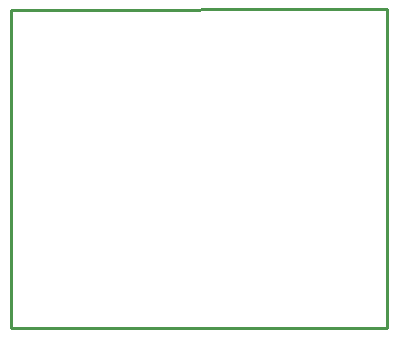
<source format=gko>
G04 Layer: BoardOutlineLayer*
G04 EasyEDA v6.5.47, 2024-09-25 19:50:29*
G04 4115ed8de5bc4dae80ebc9d7783316fa,2802210eb98647e48a656566f44cf116,10*
G04 Gerber Generator version 0.2*
G04 Scale: 100 percent, Rotated: No, Reflected: No *
G04 Dimensions in millimeters *
G04 leading zeros omitted , absolute positions ,4 integer and 5 decimal *
%FSLAX45Y45*%
%MOMM*%

%ADD10C,0.2540*%
D10*
X1409700Y3810000D02*
G01*
X4597400Y3822700D01*
X4597400Y3822700D02*
G01*
X4597400Y3822700D01*
X4597400Y1117600D01*
X1409700Y1117600D01*
X1409700Y1117600D02*
G01*
X1409700Y3810000D01*

%LPD*%
M02*

</source>
